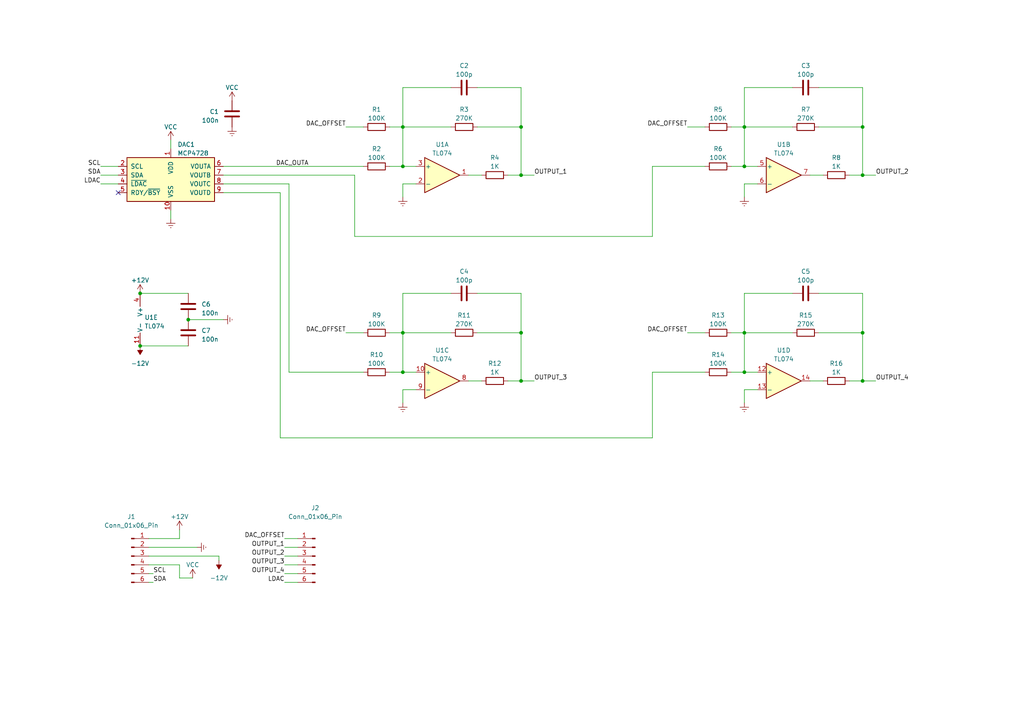
<source format=kicad_sch>
(kicad_sch (version 20230121) (generator eeschema)
  (paper "A4")
  (lib_symbols
    (symbol "Amplifier_Operational:TL074" (pin_names (offset 0.127))
      (property "Reference" "U" (at 0 5.08 0))
      (property "Value" "TL074" (at 0 -5.08 0))
      (symbol "TL074_1_1"
        (polyline (pts (xy -5.08 5.08) (xy 5.08 0) (xy -5.08 -5.08) (xy -5.08 5.08)) (stroke (width 0.254)) (fill (type background)))
        (pin output line (at 7.62 0 180) (length 2.54) (name "~") (number "1"))
        (pin input line (at -7.62 -2.54 0) (length 2.54) (name "-") (number "2"))
        (pin input line (at -7.62 2.54 0) (length 2.54) (name "+") (number "3"))
      )
      (symbol "TL074_2_1"
        (polyline (pts (xy -5.08 5.08) (xy 5.08 0) (xy -5.08 -5.08) (xy -5.08 5.08)) (stroke (width 0.254)) (fill (type background)))
        (pin input line (at -7.62 2.54 0) (length 2.54) (name "+") (number "5"))
        (pin input line (at -7.62 -2.54 0) (length 2.54) (name "-") (number "6"))
        (pin output line (at 7.62 0 180) (length 2.54) (name "~") (number "7"))
      )
      (symbol "TL074_3_1"
        (polyline (pts (xy -5.08 5.08) (xy 5.08 0) (xy -5.08 -5.08) (xy -5.08 5.08)) (stroke (width 0.254)) (fill (type background)))
        (pin input line (at -7.62 2.54 0) (length 2.54) (name "+") (number "10"))
        (pin output line (at 7.62 0 180) (length 2.54) (name "~") (number "8"))
        (pin input line (at -7.62 -2.54 0) (length 2.54) (name "-") (number "9"))
      )
      (symbol "TL074_4_1"
        (polyline (pts (xy -5.08 5.08) (xy 5.08 0) (xy -5.08 -5.08) (xy -5.08 5.08)) (stroke (width 0.254)) (fill (type background)))
        (pin input line (at -7.62 2.54 0) (length 2.54) (name "+") (number "12"))
        (pin input line (at -7.62 -2.54 0) (length 2.54) (name "-") (number "13"))
        (pin output line (at 7.62 0 180) (length 2.54) (name "~") (number "14"))
      )
      (symbol "TL074_5_1"
        (pin power_in line (at -2.54 -7.62 90) (length 3.81) (name "V-") (number "11"))
        (pin power_in line (at -2.54 7.62 270) (length 3.81) (name "V+") (number "4"))
      )
    )
    (symbol "Analog_DAC:MCP4728" (pin_names (offset 1.016))
      (property "Reference" "U" (at -12.7 6.35 0))
      (property "Value" "MCP4728" (at 12.7 6.35 0))
      (symbol "MCP4728_0_1"
        (rectangle (start -12.7 5.08) (end 12.7 -7.62) (stroke (width 0.254)) (fill (type background)))
      )
      (symbol "MCP4728_1_1"
        (pin power_in line (at 0 7.62 270) (length 2.54) (name "VDD") (number "1"))
        (pin power_in line (at 0 -10.16 90) (length 2.54) (name "VSS") (number "10"))
        (pin input line (at -15.24 2.54 0) (length 2.54) (name "SCL") (number "2"))
        (pin bidirectional line (at -15.24 0 0) (length 2.54) (name "SDA") (number "3"))
        (pin input line (at -15.24 -2.54 0) (length 2.54) (name "~{LDAC}") (number "4"))
        (pin output line (at -15.24 -5.08 0) (length 2.54) (name "RDY/~{BSY}") (number "5"))
        (pin output line (at 15.24 2.54 180) (length 2.54) (name "VOUTA") (number "6"))
        (pin output line (at 15.24 0 180) (length 2.54) (name "VOUTB") (number "7"))
        (pin output line (at 15.24 -2.54 180) (length 2.54) (name "VOUTC") (number "8"))
        (pin output line (at 15.24 -5.08 180) (length 2.54) (name "VOUTD") (number "9"))
      )
    )
    (symbol "Connector:Conn_01x06_Pin" (pin_names (offset 1.016) hide)
      (property "Reference" "J" (at 0 7.62 0))
      (property "Value" "Conn_01x06_Pin" (at 0 -10.16 0))
      (symbol "Conn_01x06_Pin_1_1"
        (polyline (pts (xy 1.27 -7.62) (xy 0.8636 -7.62)) (stroke (width 0.1524)))
        (polyline (pts (xy 1.27 -5.08) (xy 0.8636 -5.08)) (stroke (width 0.1524)))
        (polyline (pts (xy 1.27 -2.54) (xy 0.8636 -2.54)) (stroke (width 0.1524)))
        (polyline (pts (xy 1.27 0) (xy 0.8636 0)) (stroke (width 0.1524)))
        (polyline (pts (xy 1.27 2.54) (xy 0.8636 2.54)) (stroke (width 0.1524)))
        (polyline (pts (xy 1.27 5.08) (xy 0.8636 5.08)) (stroke (width 0.1524)))
        (rectangle (start 0.8636 -7.493) (end 0 -7.747) (stroke (width 0.1524)) (fill (type outline)))
        (rectangle (start 0.8636 -4.953) (end 0 -5.207) (stroke (width 0.1524)) (fill (type outline)))
        (rectangle (start 0.8636 -2.413) (end 0 -2.667) (stroke (width 0.1524)) (fill (type outline)))
        (rectangle (start 0.8636 0.127) (end 0 -0.127) (stroke (width 0.1524)) (fill (type outline)))
        (rectangle (start 0.8636 2.667) (end 0 2.413) (stroke (width 0.1524)) (fill (type outline)))
        (rectangle (start 0.8636 5.207) (end 0 4.953) (stroke (width 0.1524)) (fill (type outline)))
        (pin passive line (at 5.08 5.08 180) (length 3.81) (name "Pin_1") (number "1"))
        (pin passive line (at 5.08 2.54 180) (length 3.81) (name "Pin_2") (number "2"))
        (pin passive line (at 5.08 0 180) (length 3.81) (name "Pin_3") (number "3"))
        (pin passive line (at 5.08 -2.54 180) (length 3.81) (name "Pin_4") (number "4"))
        (pin passive line (at 5.08 -5.08 180) (length 3.81) (name "Pin_5") (number "5"))
        (pin passive line (at 5.08 -7.62 180) (length 3.81) (name "Pin_6") (number "6"))
      )
    )
    (symbol "Device:C" (pin_numbers hide) (pin_names (offset 0.254))
      (property "Reference" "C" (at 0.635 2.54 0))
      (property "Value" "C" (at 0.635 -2.54 0))
      (symbol "C_0_1"
        (polyline (pts (xy -2.032 -0.762) (xy 2.032 -0.762)) (stroke (width 0.508)))
        (polyline (pts (xy -2.032 0.762) (xy 2.032 0.762)) (stroke (width 0.508)))
      )
      (symbol "C_1_1"
        (pin passive line (at 0 3.81 270) (length 2.794) (name "~") (number "1"))
        (pin passive line (at 0 -3.81 90) (length 2.794) (name "~") (number "2"))
      )
    )
    (symbol "Device:R" (pin_numbers hide) (pin_names (offset 0))
      (property "Reference" "R" (at 2.032 0 90))
      (property "Value" "R" (at 0 0 90))
      (symbol "R_0_1"
        (rectangle (start -1.016 -2.54) (end 1.016 2.54) (stroke (width 0.254)))
      )
      (symbol "R_1_1"
        (pin passive line (at 0 3.81 270) (length 1.27) (name "~") (number "1"))
        (pin passive line (at 0 -3.81 90) (length 1.27) (name "~") (number "2"))
      )
    )
    (symbol "power:+12V" (power) (pin_names (offset 0))
      (property "Value" "+12V" (at 0 3.556 0))
      (symbol "+12V_0_1"
        (polyline (pts (xy -0.762 1.27) (xy 0 2.54)))
        (polyline (pts (xy 0 0) (xy 0 2.54)))
        (polyline (pts (xy 0 2.54) (xy 0.762 1.27)))
      )
      (symbol "+12V_1_1"
        (pin power_in line (at 0 0 90) (length 0) hide (name "+12V") (number "1"))
      )
    )
    (symbol "power:-12V" (power) (pin_names (offset 0))
      (property "Value" "-12V" (at 0 3.81 0))
      (symbol "-12V_0_0"
        (pin power_in line (at 0 0 90) (length 0) hide (name "-12V") (number "1"))
      )
      (symbol "-12V_0_1"
        (polyline (pts (xy 0 0) (xy 0 1.27) (xy 0.762 1.27) (xy 0 2.54) (xy -0.762 1.27) (xy 0 1.27)) (fill (type outline)))
      )
    )
    (symbol "power:Earth" (power) (pin_names (offset 0))
      (symbol "Earth_0_1"
        (polyline (pts (xy -0.635 -1.905) (xy 0.635 -1.905)))
        (polyline (pts (xy -0.127 -2.54) (xy 0.127 -2.54)))
        (polyline (pts (xy 0 -1.27) (xy 0 0)))
        (polyline (pts (xy 1.27 -1.27) (xy -1.27 -1.27)))
      )
      (symbol "Earth_1_1"
        (pin power_in line (at 0 0 270) (length 0) hide (name "Earth") (number "1"))
      )
    )
    (symbol "power:VCC" (power) (pin_names (offset 0))
      (property "Value" "VCC" (at 0 3.81 0))
      (symbol "VCC_0_1"
        (polyline (pts (xy -0.762 1.27) (xy 0 2.54)))
        (polyline (pts (xy 0 0) (xy 0 2.54)))
        (polyline (pts (xy 0 2.54) (xy 0.762 1.27)))
      )
      (symbol "VCC_1_1"
        (pin power_in line (at 0 0 90) (length 0) hide (name "VCC") (number "1"))
      )
    )
  )
  (junction (at 250.19 36.83))
  (junction (at 215.9 96.52))
  (junction (at 116.84 36.83))
  (junction (at 250.19 96.52))
  (junction (at 250.19 110.49))
  (junction (at 40.64 85.09))
  (junction (at 215.9 36.83))
  (junction (at 151.13 36.83))
  (junction (at 116.84 48.26))
  (junction (at 151.13 96.52))
  (junction (at 40.64 100.33))
  (junction (at 151.13 110.49))
  (junction (at 215.9 107.95))
  (junction (at 116.84 96.52))
  (junction (at 250.19 50.8))
  (junction (at 116.84 107.95))
  (junction (at 151.13 50.8))
  (junction (at 215.9 48.26))
  (junction (at 54.61 92.71))
  (no_connect (at 34.29 55.88))
  (wire (pts (xy 82.55 156.21) (xy 86.36 156.21)))
  (wire (pts (xy 250.19 25.4) (xy 250.19 36.83)))
  (wire (pts (xy 100.33 36.83) (xy 105.41 36.83)))
  (wire (pts (xy 52.07 167.64) (xy 52.07 163.83)))
  (wire (pts (xy 212.09 96.52) (xy 215.9 96.52)))
  (wire (pts (xy 237.49 85.09) (xy 250.19 85.09)))
  (wire (pts (xy 215.9 96.52) (xy 229.87 96.52)))
  (wire (pts (xy 147.32 110.49) (xy 151.13 110.49)))
  (wire (pts (xy 34.29 53.34) (xy 29.21 53.34)))
  (wire (pts (xy 250.19 85.09) (xy 250.19 96.52)))
  (wire (pts (xy 116.84 36.83) (xy 116.84 48.26)))
  (wire (pts (xy 40.64 100.33) (xy 54.61 100.33)))
  (wire (pts (xy 246.38 110.49) (xy 250.19 110.49)))
  (wire (pts (xy 40.64 85.09) (xy 54.61 85.09)))
  (wire (pts (xy 64.77 50.8) (xy 102.87 50.8)))
  (wire (pts (xy 130.81 25.4) (xy 116.84 25.4)))
  (wire (pts (xy 113.03 36.83) (xy 116.84 36.83)))
  (wire (pts (xy 116.84 107.95) (xy 120.65 107.95)))
  (wire (pts (xy 151.13 110.49) (xy 154.94 110.49)))
  (wire (pts (xy 100.33 96.52) (xy 105.41 96.52)))
  (wire (pts (xy 116.84 25.4) (xy 116.84 36.83)))
  (wire (pts (xy 52.07 167.64) (xy 55.88 167.64)))
  (wire (pts (xy 116.84 85.09) (xy 116.84 96.52)))
  (wire (pts (xy 138.43 25.4) (xy 151.13 25.4)))
  (wire (pts (xy 215.9 96.52) (xy 215.9 107.95)))
  (wire (pts (xy 215.9 116.84) (xy 215.9 113.03)))
  (wire (pts (xy 199.39 36.83) (xy 204.47 36.83)))
  (wire (pts (xy 234.95 50.8) (xy 238.76 50.8)))
  (wire (pts (xy 147.32 50.8) (xy 151.13 50.8)))
  (wire (pts (xy 116.84 113.03) (xy 120.65 113.03)))
  (wire (pts (xy 212.09 48.26) (xy 215.9 48.26)))
  (wire (pts (xy 113.03 107.95) (xy 116.84 107.95)))
  (wire (pts (xy 246.38 50.8) (xy 250.19 50.8)))
  (wire (pts (xy 82.55 161.29) (xy 86.36 161.29)))
  (wire (pts (xy 29.21 50.8) (xy 34.29 50.8)))
  (wire (pts (xy 215.9 48.26) (xy 219.71 48.26)))
  (wire (pts (xy 138.43 36.83) (xy 151.13 36.83)))
  (wire (pts (xy 113.03 96.52) (xy 116.84 96.52)))
  (wire (pts (xy 215.9 25.4) (xy 215.9 36.83)))
  (wire (pts (xy 212.09 36.83) (xy 215.9 36.83)))
  (wire (pts (xy 82.55 168.91) (xy 86.36 168.91)))
  (wire (pts (xy 229.87 85.09) (xy 215.9 85.09)))
  (wire (pts (xy 151.13 25.4) (xy 151.13 36.83)))
  (wire (pts (xy 102.87 68.58) (xy 102.87 50.8)))
  (wire (pts (xy 138.43 96.52) (xy 151.13 96.52)))
  (wire (pts (xy 64.77 55.88) (xy 81.28 55.88)))
  (wire (pts (xy 189.23 48.26) (xy 189.23 68.58)))
  (wire (pts (xy 64.77 53.34) (xy 83.82 53.34)))
  (wire (pts (xy 81.28 55.88) (xy 81.28 127)))
  (wire (pts (xy 52.07 153.67) (xy 52.07 156.21)))
  (wire (pts (xy 52.07 156.21) (xy 43.18 156.21)))
  (wire (pts (xy 215.9 85.09) (xy 215.9 96.52)))
  (wire (pts (xy 237.49 36.83) (xy 250.19 36.83)))
  (wire (pts (xy 82.55 163.83) (xy 86.36 163.83)))
  (wire (pts (xy 64.77 48.26) (xy 105.41 48.26)))
  (wire (pts (xy 151.13 50.8) (xy 154.94 50.8)))
  (wire (pts (xy 138.43 85.09) (xy 151.13 85.09)))
  (wire (pts (xy 237.49 96.52) (xy 250.19 96.52)))
  (wire (pts (xy 29.21 48.26) (xy 34.29 48.26)))
  (wire (pts (xy 250.19 110.49) (xy 254 110.49)))
  (wire (pts (xy 64.77 92.71) (xy 54.61 92.71)))
  (wire (pts (xy 43.18 158.75) (xy 57.15 158.75)))
  (wire (pts (xy 199.39 96.52) (xy 204.47 96.52)))
  (wire (pts (xy 189.23 127) (xy 189.23 107.95)))
  (wire (pts (xy 151.13 36.83) (xy 151.13 50.8)))
  (wire (pts (xy 83.82 107.95) (xy 105.41 107.95)))
  (wire (pts (xy 116.84 48.26) (xy 120.65 48.26)))
  (wire (pts (xy 215.9 113.03) (xy 219.71 113.03)))
  (wire (pts (xy 83.82 53.34) (xy 83.82 107.95)))
  (wire (pts (xy 81.28 127) (xy 189.23 127)))
  (wire (pts (xy 204.47 48.26) (xy 189.23 48.26)))
  (wire (pts (xy 212.09 107.95) (xy 215.9 107.95)))
  (wire (pts (xy 116.84 57.15) (xy 116.84 53.34)))
  (wire (pts (xy 237.49 25.4) (xy 250.19 25.4)))
  (wire (pts (xy 44.45 168.91) (xy 43.18 168.91)))
  (wire (pts (xy 49.53 40.64) (xy 49.53 43.18)))
  (wire (pts (xy 52.07 163.83) (xy 43.18 163.83)))
  (wire (pts (xy 116.84 96.52) (xy 116.84 107.95)))
  (wire (pts (xy 250.19 50.8) (xy 254 50.8)))
  (wire (pts (xy 215.9 36.83) (xy 215.9 48.26)))
  (wire (pts (xy 250.19 96.52) (xy 250.19 110.49)))
  (wire (pts (xy 151.13 96.52) (xy 151.13 110.49)))
  (wire (pts (xy 116.84 116.84) (xy 116.84 113.03)))
  (wire (pts (xy 116.84 36.83) (xy 130.81 36.83)))
  (wire (pts (xy 49.53 60.96) (xy 49.53 63.5)))
  (wire (pts (xy 63.5 162.56) (xy 63.5 161.29)))
  (wire (pts (xy 189.23 68.58) (xy 102.87 68.58)))
  (wire (pts (xy 130.81 85.09) (xy 116.84 85.09)))
  (wire (pts (xy 215.9 36.83) (xy 229.87 36.83)))
  (wire (pts (xy 204.47 107.95) (xy 189.23 107.95)))
  (wire (pts (xy 116.84 53.34) (xy 120.65 53.34)))
  (wire (pts (xy 43.18 161.29) (xy 63.5 161.29)))
  (wire (pts (xy 135.89 50.8) (xy 139.7 50.8)))
  (wire (pts (xy 82.55 166.37) (xy 86.36 166.37)))
  (wire (pts (xy 113.03 48.26) (xy 116.84 48.26)))
  (wire (pts (xy 234.95 110.49) (xy 238.76 110.49)))
  (wire (pts (xy 215.9 107.95) (xy 219.71 107.95)))
  (wire (pts (xy 116.84 96.52) (xy 130.81 96.52)))
  (wire (pts (xy 44.45 166.37) (xy 43.18 166.37)))
  (wire (pts (xy 151.13 85.09) (xy 151.13 96.52)))
  (wire (pts (xy 229.87 25.4) (xy 215.9 25.4)))
  (wire (pts (xy 250.19 36.83) (xy 250.19 50.8)))
  (wire (pts (xy 215.9 57.15) (xy 215.9 53.34)))
  (wire (pts (xy 135.89 110.49) (xy 139.7 110.49)))
  (wire (pts (xy 215.9 53.34) (xy 219.71 53.34)))
  (wire (pts (xy 82.55 158.75) (xy 86.36 158.75)))
  (label "SDA" (at 44.45 168.91 0))
  (label "OUTPUT_3" (at 82.55 163.83 180))
  (label "OUTPUT_1" (at 154.94 50.8 0))
  (label "DAC_OFFSET" (at 100.33 36.83 180))
  (label "DAC_OFFSET" (at 199.39 96.52 180))
  (label "OUTPUT_4" (at 82.55 166.37 180))
  (label "SCL" (at 29.21 48.26 180))
  (label "DAC_OFFSET" (at 199.39 36.83 180))
  (label "OUTPUT_2" (at 82.55 161.29 180))
  (label "DAC_OUTA" (at 80.01 48.26 0))
  (label "LDAC" (at 29.21 53.34 180))
  (label "SCL" (at 44.45 166.37 0))
  (label "OUTPUT_1" (at 82.55 158.75 180))
  (label "SDA" (at 29.21 50.8 180))
  (label "LDAC" (at 82.55 168.91 180))
  (label "DAC_OFFSET" (at 100.33 96.52 180))
  (label "DAC_OFFSET" (at 82.55 156.21 180))
  (label "OUTPUT_3" (at 154.94 110.49 0))
  (label "OUTPUT_4" (at 254 110.49 0))
  (label "OUTPUT_2" (at 254 50.8 0))
  (symbol (lib_id "Amplifier_Operational:TL074") (at 128.27 50.8 0) (unit 1)
    (property "Reference" "U1" (at 128.27 41.91 0))
    (property "Value" "TL074" (at 128.27 44.45 0))
    (property "Footprint" "Package_SO:SOIC-14_3.9x8.7mm_P1.27mm" (effects hide))
    (property "Datasheet" "http://www.ti.com/lit/ds/symlink/tl071.pdf" (effects hide))
    (property "JLC" "C6963" (effects hide))
    (property "JLC Rotation Offset" "270" (effects hide))
  )
  (symbol (lib_id "Device:R") (at 208.28 36.83 270) (unit 1)
    (property "Reference" "R5" (at 208.28 31.75 90))
    (property "Value" "100K" (at 208.28 34.29 90))
    (property "Footprint" "Resistor_SMD:R_0402_1005Metric" (effects hide))
    (property "JLC" "C25741" (effects hide))
  )
  (symbol (lib_id "Device:R") (at 109.22 36.83 270) (unit 1)
    (property "Reference" "R1" (at 109.22 31.75 90))
    (property "Value" "100K" (at 109.22 34.29 90))
    (property "Footprint" "Resistor_SMD:R_0402_1005Metric" (effects hide))
    (property "JLC" "C25741" (effects hide))
  )
  (symbol (lib_id "power:+12V") (at 40.64 85.09 0) (unit 1)
    (property "Reference" "#PWR014" (effects hide))
    (property "Value" "+12V" (at 40.64 81.28 0))
  )
  (symbol (lib_id "power:+12V") (at 52.07 153.67 0) (unit 1)
    (property "Reference" "#PWR07" (effects hide))
    (property "Value" "+12V" (at 52.07 149.86 0))
  )
  (symbol (lib_id "Device:R") (at 233.68 96.52 270) (unit 1)
    (property "Reference" "R15" (at 233.68 91.44 90))
    (property "Value" "270K" (at 233.68 93.98 90))
    (property "Footprint" "Resistor_SMD:R_0402_1005Metric" (effects hide))
    (property "JLC" "C170277" (effects hide))
  )
  (symbol (lib_id "Connector:Conn_01x06_Pin") (at 91.44 161.29 0) (mirror y) (unit 1)
    (property "Reference" "J2" (at 91.44 147.32 0))
    (property "Value" "Conn_01x06_Pin" (at 91.44 149.86 0))
    (property "Footprint" "Connector_PinHeader_2.54mm:PinHeader_1x06_P2.54mm_Vertical" (effects hide))
  )
  (symbol (lib_id "Device:R") (at 134.62 96.52 270) (unit 1)
    (property "Reference" "R11" (at 134.62 91.44 90))
    (property "Value" "270K" (at 134.62 93.98 90))
    (property "Footprint" "Resistor_SMD:R_0402_1005Metric" (effects hide))
    (property "JLC" "C170277" (effects hide))
  )
  (symbol (lib_id "power:VCC") (at 49.53 40.64 0) (unit 1)
    (property "Reference" "#PWR01" (effects hide))
    (property "Value" "VCC" (at 49.53 36.83 0))
  )
  (symbol (lib_id "Device:R") (at 109.22 48.26 270) (unit 1)
    (property "Reference" "R2" (at 109.22 43.18 90))
    (property "Value" "100K" (at 109.22 45.72 90))
    (property "Footprint" "Resistor_SMD:R_0402_1005Metric" (effects hide))
    (property "JLC" "C25741" (effects hide))
  )
  (symbol (lib_id "Device:R") (at 242.57 50.8 270) (unit 1)
    (property "Reference" "R8" (at 242.57 45.72 90))
    (property "Value" "1K" (at 242.57 48.26 90))
    (property "Footprint" "Resistor_SMD:R_0402_1005Metric" (effects hide))
    (property "JLC" "C11702" (effects hide))
  )
  (symbol (lib_id "Device:R") (at 143.51 50.8 270) (unit 1)
    (property "Reference" "R4" (at 143.51 45.72 90))
    (property "Value" "1K" (at 143.51 48.26 90))
    (property "Footprint" "Resistor_SMD:R_0402_1005Metric" (effects hide))
    (property "JLC" "C11702" (effects hide))
  )
  (symbol (lib_id "Device:R") (at 242.57 110.49 270) (unit 1)
    (property "Reference" "R16" (at 242.57 105.41 90))
    (property "Value" "1K" (at 242.57 107.95 90))
    (property "Footprint" "Resistor_SMD:R_0402_1005Metric" (effects hide))
    (property "JLC" "C11702" (effects hide))
  )
  (symbol (lib_id "Device:R") (at 109.22 96.52 270) (unit 1)
    (property "Reference" "R9" (at 109.22 91.44 90))
    (property "Value" "100K" (at 109.22 93.98 90))
    (property "Footprint" "Resistor_SMD:R_0402_1005Metric" (effects hide))
    (property "JLC" "C25741" (effects hide))
  )
  (symbol (lib_id "Device:C") (at 54.61 88.9 0) (mirror y) (unit 1)
    (property "Reference" "C6" (at 58.42 88.265 0) (effects (justify right)))
    (property "Value" "100n" (at 58.42 90.805 0) (effects (justify right)))
    (property "Footprint" "Capacitor_SMD:C_0402_1005Metric" (effects hide))
    (property "JLC" "C1525" (effects hide))
  )
  (symbol (lib_id "power:Earth") (at 215.9 116.84 0) (mirror y) (unit 1)
    (property "Reference" "#PWR012" (effects hide))
    (property "Value" "Earth" (effects hide))
  )
  (symbol (lib_id "Device:R") (at 143.51 110.49 270) (unit 1)
    (property "Reference" "R12" (at 143.51 105.41 90))
    (property "Value" "1K" (at 143.51 107.95 90))
    (property "Footprint" "Resistor_SMD:R_0402_1005Metric" (effects hide))
    (property "JLC" "C11702" (effects hide))
  )
  (symbol (lib_id "power:Earth") (at 64.77 92.71 90) (mirror x) (unit 1)
    (property "Reference" "#PWR016" (effects hide))
    (property "Value" "Earth" (effects hide))
  )
  (symbol (lib_id "Amplifier_Operational:TL074") (at 43.18 92.71 0) (unit 5)
    (property "Reference" "U1" (at 41.91 92.075 0) (effects (justify left)))
    (property "Value" "TL074" (at 41.91 94.615 0) (effects (justify left)))
    (property "Footprint" "Package_SO:SOIC-14_3.9x8.7mm_P1.27mm" (effects hide))
    (property "Datasheet" "http://www.ti.com/lit/ds/symlink/tl071.pdf" (effects hide))
    (property "JLC" "C6963" (effects hide))
    (property "JLC Rotation Offset" "270" (effects hide))
  )
  (symbol (lib_id "power:Earth") (at 116.84 116.84 0) (mirror y) (unit 1)
    (property "Reference" "#PWR010" (effects hide))
    (property "Value" "Earth" (effects hide))
  )
  (symbol (lib_id "power:Earth") (at 57.15 158.75 90) (mirror x) (unit 1)
    (property "Reference" "#PWR011" (effects hide))
    (property "Value" "Earth" (effects hide))
  )
  (symbol (lib_id "power:VCC") (at 67.31 29.21 0) (unit 1)
    (property "Reference" "#PWR02" (effects hide))
    (property "Value" "VCC" (at 67.31 25.4 0))
  )
  (symbol (lib_id "power:-12V") (at 63.5 162.56 180) (unit 1)
    (property "Reference" "#PWR09" (effects hide))
    (property "Value" "-12V" (at 63.5 167.64 0))
  )
  (symbol (lib_id "Device:R") (at 233.68 36.83 270) (unit 1)
    (property "Reference" "R7" (at 233.68 31.75 90))
    (property "Value" "270K" (at 233.68 34.29 90))
    (property "Footprint" "Resistor_SMD:R_0402_1005Metric" (effects hide))
    (property "JLC" "C170277" (effects hide))
  )
  (symbol (lib_id "Analog_DAC:MCP4728") (at 49.53 50.8 0) (unit 1)
    (property "Reference" "DAC1" (at 51.4859 41.91 0) (effects (justify left)))
    (property "Value" "MCP4728" (at 51.4859 44.45 0) (effects (justify left)))
    (property "Footprint" "Package_SO:MSOP-10_3x3mm_P0.5mm" (effects hide))
    (property "Datasheet" "http://ww1.microchip.com/downloads/en/DeviceDoc/22187E.pdf" (effects hide))
    (property "JLC" "C478093" (effects hide))
  )
  (symbol (lib_id "power:Earth") (at 49.53 63.5 0) (mirror y) (unit 1)
    (property "Reference" "#PWR03" (effects hide))
    (property "Value" "Earth" (effects hide))
  )
  (symbol (lib_id "Device:R") (at 109.22 107.95 270) (unit 1)
    (property "Reference" "R10" (at 109.22 102.87 90))
    (property "Value" "100K" (at 109.22 105.41 90))
    (property "Footprint" "Resistor_SMD:R_0402_1005Metric" (effects hide))
    (property "JLC" "C25741" (effects hide))
  )
  (symbol (lib_id "Device:C") (at 233.68 25.4 90) (unit 1)
    (property "Reference" "C3" (at 233.68 19.05 90))
    (property "Value" "100p" (at 233.68 21.59 90))
    (property "Footprint" "Capacitor_SMD:C_0402_1005Metric" (effects hide))
    (property "JLC" "C1546" (effects hide))
  )
  (symbol (lib_id "Device:C") (at 54.61 96.52 0) (mirror y) (unit 1)
    (property "Reference" "C7" (at 58.42 95.885 0) (effects (justify right)))
    (property "Value" "100n" (at 58.42 98.425 0) (effects (justify right)))
    (property "Footprint" "Capacitor_SMD:C_0402_1005Metric" (effects hide))
    (property "JLC" "C1525" (effects hide))
  )
  (symbol (lib_id "Device:R") (at 208.28 107.95 270) (unit 1)
    (property "Reference" "R14" (at 208.28 102.87 90))
    (property "Value" "100K" (at 208.28 105.41 90))
    (property "Footprint" "Resistor_SMD:R_0402_1005Metric" (effects hide))
    (property "JLC" "C25741" (effects hide))
  )
  (symbol (lib_id "Device:C") (at 233.68 85.09 90) (unit 1)
    (property "Reference" "C5" (at 233.68 78.74 90))
    (property "Value" "100p" (at 233.68 81.28 90))
    (property "Footprint" "Capacitor_SMD:C_0402_1005Metric" (effects hide))
    (property "JLC" "C1546" (effects hide))
  )
  (symbol (lib_id "Device:R") (at 208.28 96.52 270) (unit 1)
    (property "Reference" "R13" (at 208.28 91.44 90))
    (property "Value" "100K" (at 208.28 93.98 90))
    (property "Footprint" "Resistor_SMD:R_0402_1005Metric" (effects hide))
    (property "JLC" "C25741" (effects hide))
  )
  (symbol (lib_id "Connector:Conn_01x06_Pin") (at 38.1 161.29 0) (unit 1)
    (property "Reference" "J1" (at 38.1 149.86 0))
    (property "Value" "Conn_01x06_Pin" (at 38.1 152.4 0))
    (property "Footprint" "Connector_PinHeader_2.54mm:PinHeader_1x06_P2.54mm_Vertical" (effects hide))
  )
  (symbol (lib_id "power:-12V") (at 40.64 100.33 180) (unit 1)
    (property "Reference" "#PWR015" (effects hide))
    (property "Value" "-12V" (at 40.64 105.41 0))
  )
  (symbol (lib_id "Device:C") (at 67.31 33.02 0) (unit 1)
    (property "Reference" "C1" (at 63.5 32.385 0) (effects (justify right)))
    (property "Value" "100n" (at 63.5 34.925 0) (effects (justify right)))
    (property "Footprint" "Capacitor_SMD:C_0402_1005Metric" (effects hide))
    (property "JLC" "C1525" (effects hide))
  )
  (symbol (lib_id "Device:R") (at 208.28 48.26 270) (unit 1)
    (property "Reference" "R6" (at 208.28 43.18 90))
    (property "Value" "100K" (at 208.28 45.72 90))
    (property "Footprint" "Resistor_SMD:R_0402_1005Metric" (effects hide))
    (property "JLC" "C25741" (effects hide))
  )
  (symbol (lib_id "power:VCC") (at 55.88 167.64 0) (unit 1)
    (property "Reference" "#PWR04" (effects hide))
    (property "Value" "VCC" (at 55.88 163.83 0))
  )
  (symbol (lib_id "Device:C") (at 134.62 25.4 90) (unit 1)
    (property "Reference" "C2" (at 134.62 19.05 90))
    (property "Value" "100p" (at 134.62 21.59 90))
    (property "Footprint" "Capacitor_SMD:C_0402_1005Metric" (effects hide))
    (property "JLC" "C1546" (effects hide))
  )
  (symbol (lib_id "Amplifier_Operational:TL074") (at 227.33 50.8 0) (unit 2)
    (property "Reference" "U1" (at 227.33 41.91 0))
    (property "Value" "TL074" (at 227.33 44.45 0))
    (property "Footprint" "Package_SO:SOIC-14_3.9x8.7mm_P1.27mm" (effects hide))
    (property "Datasheet" "http://www.ti.com/lit/ds/symlink/tl071.pdf" (effects hide))
    (property "JLC" "C6963" (effects hide))
    (property "JLC Rotation Offset" "270" (effects hide))
  )
  (symbol (lib_id "Device:C") (at 134.62 85.09 90) (unit 1)
    (property "Reference" "C4" (at 134.62 78.74 90))
    (property "Value" "100p" (at 134.62 81.28 90))
    (property "Footprint" "Capacitor_SMD:C_0402_1005Metric" (effects hide))
    (property "JLC" "C1546" (effects hide))
  )
  (symbol (lib_id "Device:R") (at 134.62 36.83 270) (unit 1)
    (property "Reference" "R3" (at 134.62 31.75 90))
    (property "Value" "270K" (at 134.62 34.29 90))
    (property "Footprint" "Resistor_SMD:R_0402_1005Metric" (effects hide))
    (property "JLC" "C170277" (effects hide))
  )
  (symbol (lib_id "power:Earth") (at 67.31 36.83 0) (unit 1)
    (property "Reference" "#PWR05" (effects hide))
    (property "Value" "Earth" (effects hide))
  )
  (symbol (lib_id "Amplifier_Operational:TL074") (at 227.33 110.49 0) (unit 4)
    (property "Reference" "U1" (at 227.33 101.6 0))
    (property "Value" "TL074" (at 227.33 104.14 0))
    (property "Footprint" "Package_SO:SOIC-14_3.9x8.7mm_P1.27mm" (effects hide))
    (property "Datasheet" "http://www.ti.com/lit/ds/symlink/tl071.pdf" (effects hide))
    (property "JLC" "C6963" (effects hide))
    (property "JLC Rotation Offset" "270" (effects hide))
  )
  (symbol (lib_id "power:Earth") (at 116.84 57.15 0) (mirror y) (unit 1)
    (property "Reference" "#PWR06" (effects hide))
    (property "Value" "Earth" (effects hide))
  )
  (symbol (lib_id "power:Earth") (at 215.9 57.15 0) (mirror y) (unit 1)
    (property "Reference" "#PWR08" (effects hide))
    (property "Value" "Earth" (effects hide))
  )
  (symbol (lib_id "Amplifier_Operational:TL074") (at 128.27 110.49 0) (unit 3)
    (property "Reference" "U1" (at 128.27 101.6 0))
    (property "Value" "TL074" (at 128.27 104.14 0))
    (property "Footprint" "Package_SO:SOIC-14_3.9x8.7mm_P1.27mm" (effects hide))
    (property "Datasheet" "http://www.ti.com/lit/ds/symlink/tl071.pdf" (effects hide))
    (property "JLC" "C6963" (effects hide))
    (property "JLC Rotation Offset" "270" (effects hide))
  )
)
</source>
